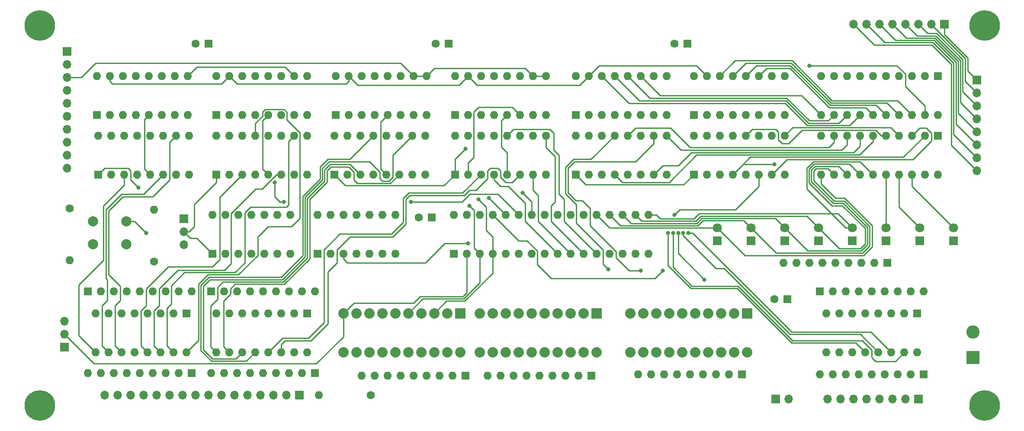
<source format=gbr>
%TF.GenerationSoftware,KiCad,Pcbnew,(5.1.9-0-10_14)*%
%TF.CreationDate,2021-06-29T00:25:17-04:00*%
%TF.ProjectId,ram-combined,72616d2d-636f-46d6-9269-6e65642e6b69,rev?*%
%TF.SameCoordinates,Original*%
%TF.FileFunction,Copper,L2,Inr*%
%TF.FilePolarity,Positive*%
%FSLAX46Y46*%
G04 Gerber Fmt 4.6, Leading zero omitted, Abs format (unit mm)*
G04 Created by KiCad (PCBNEW (5.1.9-0-10_14)) date 2021-06-29 00:25:17*
%MOMM*%
%LPD*%
G01*
G04 APERTURE LIST*
%TA.AperFunction,ComponentPad*%
%ADD10O,1.700000X1.700000*%
%TD*%
%TA.AperFunction,ComponentPad*%
%ADD11R,1.700000X1.700000*%
%TD*%
%TA.AperFunction,ComponentPad*%
%ADD12C,6.000000*%
%TD*%
%TA.AperFunction,ComponentPad*%
%ADD13C,0.800000*%
%TD*%
%TA.AperFunction,ComponentPad*%
%ADD14C,1.800000*%
%TD*%
%TA.AperFunction,ComponentPad*%
%ADD15R,1.800000X1.800000*%
%TD*%
%TA.AperFunction,ComponentPad*%
%ADD16O,1.600000X1.600000*%
%TD*%
%TA.AperFunction,ComponentPad*%
%ADD17R,1.600000X1.600000*%
%TD*%
%TA.AperFunction,ComponentPad*%
%ADD18C,2.032000*%
%TD*%
%TA.AperFunction,ComponentPad*%
%ADD19R,2.032000X2.032000*%
%TD*%
%TA.AperFunction,ComponentPad*%
%ADD20C,2.000000*%
%TD*%
%TA.AperFunction,ComponentPad*%
%ADD21C,1.600000*%
%TD*%
%TA.AperFunction,ComponentPad*%
%ADD22C,2.600000*%
%TD*%
%TA.AperFunction,ComponentPad*%
%ADD23R,2.600000X2.600000*%
%TD*%
%TA.AperFunction,ViaPad*%
%ADD24C,0.800000*%
%TD*%
%TA.AperFunction,Conductor*%
%ADD25C,0.250000*%
%TD*%
G04 APERTURE END LIST*
D10*
%TO.N,BUS_00*%
%TO.C,J8*%
X227330000Y-34290000D03*
%TO.N,BUS_01*%
X229870000Y-34290000D03*
%TO.N,BUS_02*%
X232410000Y-34290000D03*
%TO.N,BUS_03*%
X234950000Y-34290000D03*
%TO.N,BUS_04*%
X237490000Y-34290000D03*
%TO.N,BUS_05*%
X240030000Y-34290000D03*
%TO.N,BUS_06*%
X242570000Y-34290000D03*
D11*
%TO.N,BUS_07*%
X245110000Y-34290000D03*
%TD*%
D12*
%TO.N,N/C*%
%TO.C,REF\u002A\u002A*%
X68072000Y-108966000D03*
D13*
X70322000Y-108966000D03*
X69662990Y-110556990D03*
X68072000Y-111216000D03*
X66481010Y-110556990D03*
X65822000Y-108966000D03*
X66481010Y-107375010D03*
X68072000Y-106716000D03*
X69662990Y-107375010D03*
%TD*%
%TO.N,N/C*%
%TO.C,REF\u002A\u002A*%
X254574990Y-107375010D03*
X252984000Y-106716000D03*
X251393010Y-107375010D03*
X250734000Y-108966000D03*
X251393010Y-110556990D03*
X252984000Y-111216000D03*
X254574990Y-110556990D03*
X255234000Y-108966000D03*
D12*
X252984000Y-108966000D03*
%TD*%
%TO.N,N/C*%
%TO.C,REF\u002A\u002A*%
X252984000Y-34544000D03*
D13*
X255234000Y-34544000D03*
X254574990Y-36134990D03*
X252984000Y-36794000D03*
X251393010Y-36134990D03*
X250734000Y-34544000D03*
X251393010Y-32953010D03*
X252984000Y-32294000D03*
X254574990Y-32953010D03*
%TD*%
%TO.N,N/C*%
%TO.C,REF\u002A\u002A*%
X69662990Y-32953010D03*
X68072000Y-32294000D03*
X66481010Y-32953010D03*
X65822000Y-34544000D03*
X66481010Y-36134990D03*
X68072000Y-36794000D03*
X69662990Y-36134990D03*
X70322000Y-34544000D03*
D12*
X68072000Y-34544000D03*
%TD*%
D10*
%TO.N,WRITE_ENABLE*%
%TO.C,J3*%
X73406000Y-62484000D03*
X73406000Y-59944000D03*
%TO.N,PROGRAM_MODE*%
X73406000Y-57404000D03*
X73406000Y-54864000D03*
%TO.N,OUTPUT_ENABLE*%
X73406000Y-52324000D03*
%TO.N,RESET*%
X73406000Y-49784000D03*
%TO.N,MDR_IN*%
X73406000Y-47244000D03*
%TO.N,MAR1_IN*%
X73406000Y-44704000D03*
%TO.N,MAR2_IN*%
X73406000Y-42164000D03*
D11*
%TO.N,CLOCK*%
X73406000Y-39624000D03*
%TD*%
D10*
%TO.N,VCC*%
%TO.C,J7*%
X72898000Y-92456000D03*
%TO.N,A16*%
X72898000Y-94996000D03*
D11*
%TO.N,GND*%
X72898000Y-97536000D03*
%TD*%
D10*
%TO.N,Net-(R3-Pad2)*%
%TO.C,SW1*%
X96266000Y-77470000D03*
%TO.N,PROGRAM_MODE*%
X96266000Y-74930000D03*
D11*
%TO.N,VCC*%
X96266000Y-72390000D03*
%TD*%
D14*
%TO.N,/IO7*%
%TO.C,D1*%
X200660000Y-74168000D03*
D15*
%TO.N,Net-(D1-Pad1)*%
X200660000Y-76708000D03*
%TD*%
D16*
%TO.N,Net-(BAR3-Pad13)*%
%TO.C,RN10*%
X185166000Y-102870000D03*
%TO.N,Net-(BAR3-Pad14)*%
X187706000Y-102870000D03*
%TO.N,Net-(BAR3-Pad15)*%
X190246000Y-102870000D03*
%TO.N,Net-(BAR3-Pad16)*%
X192786000Y-102870000D03*
%TO.N,Net-(BAR3-Pad17)*%
X195326000Y-102870000D03*
%TO.N,Net-(BAR3-Pad18)*%
X197866000Y-102870000D03*
%TO.N,Net-(BAR3-Pad19)*%
X200406000Y-102870000D03*
%TO.N,Net-(BAR3-Pad20)*%
X202946000Y-102870000D03*
D17*
%TO.N,GND*%
X205486000Y-102870000D03*
%TD*%
D18*
%TO.N,Net-(BAR3-Pad20)*%
%TO.C,BAR3*%
X206502000Y-98552000D03*
%TO.N,Net-(BAR3-Pad19)*%
X203962000Y-98552000D03*
%TO.N,Net-(BAR3-Pad18)*%
X201422000Y-98552000D03*
%TO.N,Net-(BAR3-Pad17)*%
X198882000Y-98552000D03*
%TO.N,Net-(BAR3-Pad9)*%
X186182000Y-90932000D03*
%TO.N,Net-(BAR3-Pad10)*%
X183642000Y-90932000D03*
%TO.N,Net-(BAR3-Pad11)*%
X183642000Y-98552000D03*
%TO.N,Net-(BAR3-Pad12)*%
X186182000Y-98552000D03*
%TO.N,D7*%
X188722000Y-90932000D03*
%TO.N,D6*%
X191262000Y-90932000D03*
%TO.N,D5*%
X193802000Y-90932000D03*
%TO.N,D4*%
X196342000Y-90932000D03*
%TO.N,Net-(BAR3-Pad16)*%
X196342000Y-98552000D03*
%TO.N,Net-(BAR3-Pad15)*%
X193802000Y-98552000D03*
%TO.N,Net-(BAR3-Pad14)*%
X191262000Y-98552000D03*
%TO.N,Net-(BAR3-Pad13)*%
X188722000Y-98552000D03*
%TO.N,D3*%
X198882000Y-90932000D03*
%TO.N,D2*%
X201422000Y-90932000D03*
%TO.N,D1*%
X203962000Y-90932000D03*
D19*
%TO.N,D0*%
X206502000Y-90932000D03*
%TD*%
D16*
%TO.N,VCC*%
%TO.C,U13*%
X243840000Y-52070000D03*
%TO.N,GND*%
X220980000Y-44450000D03*
%TO.N,OUTPUT_ENABLE*%
X241300000Y-52070000D03*
%TO.N,/IO7*%
X223520000Y-44450000D03*
%TO.N,BUS_00*%
X238760000Y-52070000D03*
%TO.N,/IO6*%
X226060000Y-44450000D03*
%TO.N,BUS_01*%
X236220000Y-52070000D03*
%TO.N,/IO5*%
X228600000Y-44450000D03*
%TO.N,BUS_02*%
X233680000Y-52070000D03*
%TO.N,/IO4*%
X231140000Y-44450000D03*
%TO.N,BUS_03*%
X231140000Y-52070000D03*
%TO.N,/IO3*%
X233680000Y-44450000D03*
%TO.N,BUS_04*%
X228600000Y-52070000D03*
%TO.N,/IO2*%
X236220000Y-44450000D03*
%TO.N,BUS_05*%
X226060000Y-52070000D03*
%TO.N,/IO1*%
X238760000Y-44450000D03*
%TO.N,BUS_06*%
X223520000Y-52070000D03*
%TO.N,/IO0*%
X241300000Y-44450000D03*
%TO.N,BUS_07*%
X220980000Y-52070000D03*
D17*
%TO.N,VCC*%
X243840000Y-44450000D03*
%TD*%
D16*
%TO.N,VCC*%
%TO.C,U11*%
X243840000Y-63754000D03*
%TO.N,GND*%
X220980000Y-56134000D03*
%TO.N,Net-(U1-Pad3)*%
X241300000Y-63754000D03*
%TO.N,D7*%
X223520000Y-56134000D03*
%TO.N,/IO0*%
X238760000Y-63754000D03*
%TO.N,D6*%
X226060000Y-56134000D03*
%TO.N,/IO1*%
X236220000Y-63754000D03*
%TO.N,D5*%
X228600000Y-56134000D03*
%TO.N,/IO2*%
X233680000Y-63754000D03*
%TO.N,D4*%
X231140000Y-56134000D03*
%TO.N,/IO3*%
X231140000Y-63754000D03*
%TO.N,D3*%
X233680000Y-56134000D03*
%TO.N,/IO4*%
X228600000Y-63754000D03*
%TO.N,D2*%
X236220000Y-56134000D03*
%TO.N,/IO5*%
X226060000Y-63754000D03*
%TO.N,D1*%
X238760000Y-56134000D03*
%TO.N,/IO6*%
X223520000Y-63754000D03*
%TO.N,D0*%
X241300000Y-56134000D03*
%TO.N,/IO7*%
X220980000Y-63754000D03*
D17*
%TO.N,VCC*%
X243840000Y-56134000D03*
%TD*%
%TO.N,PROGRAM_MODE*%
%TO.C,U2*%
X101854000Y-79248000D03*
D16*
%TO.N,N/C*%
X117094000Y-71628000D03*
%TO.N,CLOCK*%
X104394000Y-79248000D03*
%TO.N,N/C*%
X114554000Y-71628000D03*
%TO.N,Net-(U1-Pad1)*%
X106934000Y-79248000D03*
%TO.N,N/C*%
X112014000Y-71628000D03*
X109474000Y-79248000D03*
X109474000Y-71628000D03*
X112014000Y-79248000D03*
X106934000Y-71628000D03*
X114554000Y-79248000D03*
X104394000Y-71628000D03*
%TO.N,GND*%
X117094000Y-79248000D03*
%TO.N,VCC*%
X101854000Y-71628000D03*
%TD*%
D17*
%TO.N,Net-(U1-Pad1)*%
%TO.C,U1*%
X122428000Y-79248000D03*
D16*
%TO.N,N/C*%
X137668000Y-71628000D03*
%TO.N,WRITE_ENABLE*%
X124968000Y-79248000D03*
%TO.N,N/C*%
X135128000Y-71628000D03*
%TO.N,Net-(U1-Pad3)*%
X127508000Y-79248000D03*
%TO.N,N/C*%
X132588000Y-71628000D03*
X130048000Y-79248000D03*
X130048000Y-71628000D03*
X132588000Y-79248000D03*
X127508000Y-71628000D03*
X135128000Y-79248000D03*
X124968000Y-71628000D03*
%TO.N,GND*%
X137668000Y-79248000D03*
%TO.N,VCC*%
X122428000Y-71628000D03*
%TD*%
%TO.N,VCC*%
%TO.C,U17*%
X196088000Y-56134000D03*
%TO.N,GND*%
X213868000Y-63754000D03*
X198628000Y-56134000D03*
%TO.N,D1*%
X211328000Y-63754000D03*
%TO.N,Net-(U16-Pad6)*%
X201168000Y-56134000D03*
%TO.N,/MANUAL_DATA_01*%
X208788000Y-63754000D03*
%TO.N,/MANUAL_DATA_03*%
X203708000Y-56134000D03*
%TO.N,Net-(U16-Pad4)*%
X206248000Y-63754000D03*
%TO.N,D3*%
X206248000Y-56134000D03*
%TO.N,D0*%
X203708000Y-63754000D03*
%TO.N,Net-(U16-Pad5)*%
X208788000Y-56134000D03*
%TO.N,/MANUAL_DATA_00*%
X201168000Y-63754000D03*
%TO.N,/MANUAL_DATA_02*%
X211328000Y-56134000D03*
%TO.N,Net-(U16-Pad3)*%
X198628000Y-63754000D03*
%TO.N,D2*%
X213868000Y-56134000D03*
D17*
%TO.N,PROGRAM_MODE*%
X196088000Y-63754000D03*
%TD*%
D16*
%TO.N,VCC*%
%TO.C,U16*%
X196088000Y-44450000D03*
%TO.N,GND*%
X213868000Y-52070000D03*
%TO.N,RESET*%
X198628000Y-44450000D03*
%TO.N,CLOCK*%
X211328000Y-52070000D03*
%TO.N,BUS_00*%
X201168000Y-44450000D03*
%TO.N,Net-(U16-Pad6)*%
X208788000Y-52070000D03*
%TO.N,BUS_01*%
X203708000Y-44450000D03*
%TO.N,Net-(U16-Pad5)*%
X206248000Y-52070000D03*
%TO.N,BUS_02*%
X206248000Y-44450000D03*
%TO.N,Net-(U16-Pad4)*%
X203708000Y-52070000D03*
%TO.N,BUS_03*%
X208788000Y-44450000D03*
%TO.N,Net-(U16-Pad3)*%
X201168000Y-52070000D03*
%TO.N,MDR_IN*%
X211328000Y-44450000D03*
%TO.N,GND*%
X198628000Y-52070000D03*
%TO.N,MDR_IN*%
X213868000Y-44450000D03*
D17*
%TO.N,GND*%
X196088000Y-52070000D03*
%TD*%
D16*
%TO.N,VCC*%
%TO.C,U15*%
X172974000Y-56134000D03*
%TO.N,GND*%
X190754000Y-63754000D03*
X175514000Y-56134000D03*
%TO.N,D5*%
X188214000Y-63754000D03*
%TO.N,Net-(U14-Pad6)*%
X178054000Y-56134000D03*
%TO.N,/MANUAL_DATA_05*%
X185674000Y-63754000D03*
%TO.N,/MANUAL_DATA_07*%
X180594000Y-56134000D03*
%TO.N,Net-(U14-Pad4)*%
X183134000Y-63754000D03*
%TO.N,D7*%
X183134000Y-56134000D03*
%TO.N,D4*%
X180594000Y-63754000D03*
%TO.N,Net-(U14-Pad5)*%
X185674000Y-56134000D03*
%TO.N,/MANUAL_DATA_04*%
X178054000Y-63754000D03*
%TO.N,/MANUAL_DATA_06*%
X188214000Y-56134000D03*
%TO.N,Net-(U14-Pad3)*%
X175514000Y-63754000D03*
%TO.N,D6*%
X190754000Y-56134000D03*
D17*
%TO.N,PROGRAM_MODE*%
X172974000Y-63754000D03*
%TD*%
D16*
%TO.N,VCC*%
%TO.C,U14*%
X172974000Y-44450000D03*
%TO.N,GND*%
X190754000Y-52070000D03*
%TO.N,RESET*%
X175514000Y-44450000D03*
%TO.N,CLOCK*%
X188214000Y-52070000D03*
%TO.N,BUS_04*%
X178054000Y-44450000D03*
%TO.N,Net-(U14-Pad6)*%
X185674000Y-52070000D03*
%TO.N,BUS_05*%
X180594000Y-44450000D03*
%TO.N,Net-(U14-Pad5)*%
X183134000Y-52070000D03*
%TO.N,BUS_06*%
X183134000Y-44450000D03*
%TO.N,Net-(U14-Pad4)*%
X180594000Y-52070000D03*
%TO.N,BUS_07*%
X185674000Y-44450000D03*
%TO.N,Net-(U14-Pad3)*%
X178054000Y-52070000D03*
%TO.N,MDR_IN*%
X188214000Y-44450000D03*
%TO.N,GND*%
X175514000Y-52070000D03*
%TO.N,MDR_IN*%
X190754000Y-44450000D03*
D17*
%TO.N,GND*%
X172974000Y-52070000D03*
%TD*%
D16*
%TO.N,VCC*%
%TO.C,U12*%
X149352000Y-44450000D03*
%TO.N,GND*%
X167132000Y-52070000D03*
%TO.N,RESET*%
X151892000Y-44450000D03*
%TO.N,CLOCK*%
X164592000Y-52070000D03*
%TO.N,BUS_00*%
X154432000Y-44450000D03*
%TO.N,/MAR_03*%
X162052000Y-52070000D03*
%TO.N,BUS_01*%
X156972000Y-44450000D03*
%TO.N,/MAR_02*%
X159512000Y-52070000D03*
%TO.N,BUS_02*%
X159512000Y-44450000D03*
%TO.N,/MAR_01*%
X156972000Y-52070000D03*
%TO.N,BUS_03*%
X162052000Y-44450000D03*
%TO.N,/MAR_00*%
X154432000Y-52070000D03*
%TO.N,MAR1_IN*%
X164592000Y-44450000D03*
%TO.N,GND*%
X151892000Y-52070000D03*
%TO.N,MAR1_IN*%
X167132000Y-44450000D03*
D17*
%TO.N,GND*%
X149352000Y-52070000D03*
%TD*%
D16*
%TO.N,VCC*%
%TO.C,U10*%
X125984000Y-44450000D03*
%TO.N,GND*%
X143764000Y-52070000D03*
%TO.N,RESET*%
X128524000Y-44450000D03*
%TO.N,CLOCK*%
X141224000Y-52070000D03*
%TO.N,BUS_04*%
X131064000Y-44450000D03*
%TO.N,/MAR_07*%
X138684000Y-52070000D03*
%TO.N,BUS_05*%
X133604000Y-44450000D03*
%TO.N,/MAR_06*%
X136144000Y-52070000D03*
%TO.N,BUS_06*%
X136144000Y-44450000D03*
%TO.N,/MAR_05*%
X133604000Y-52070000D03*
%TO.N,BUS_07*%
X138684000Y-44450000D03*
%TO.N,/MAR_04*%
X131064000Y-52070000D03*
%TO.N,MAR1_IN*%
X141224000Y-44450000D03*
%TO.N,GND*%
X128524000Y-52070000D03*
%TO.N,MAR1_IN*%
X143764000Y-44450000D03*
D17*
%TO.N,GND*%
X125984000Y-52070000D03*
%TD*%
D16*
%TO.N,VCC*%
%TO.C,U9*%
X149098000Y-71628000D03*
%TO.N,GND*%
X187198000Y-79248000D03*
%TO.N,/A15*%
X151638000Y-71628000D03*
%TO.N,/IO2*%
X184658000Y-79248000D03*
%TO.N,VCC*%
X154178000Y-71628000D03*
%TO.N,/IO1*%
X182118000Y-79248000D03*
%TO.N,Net-(U1-Pad3)*%
X156718000Y-71628000D03*
%TO.N,/IO0*%
X179578000Y-79248000D03*
%TO.N,/A13*%
X159258000Y-71628000D03*
%TO.N,/A0*%
X177038000Y-79248000D03*
%TO.N,/A8*%
X161798000Y-71628000D03*
%TO.N,/A1*%
X174498000Y-79248000D03*
%TO.N,/A9*%
X164338000Y-71628000D03*
%TO.N,/A2*%
X171958000Y-79248000D03*
%TO.N,/A11*%
X166878000Y-71628000D03*
%TO.N,/A3*%
X169418000Y-79248000D03*
%TO.N,GND*%
X169418000Y-71628000D03*
%TO.N,/A4*%
X166878000Y-79248000D03*
%TO.N,/A10*%
X171958000Y-71628000D03*
%TO.N,/A5*%
X164338000Y-79248000D03*
%TO.N,GND*%
X174498000Y-71628000D03*
%TO.N,/A6*%
X161798000Y-79248000D03*
%TO.N,/IO7*%
X177038000Y-71628000D03*
%TO.N,/A7*%
X159258000Y-79248000D03*
%TO.N,/IO6*%
X179578000Y-71628000D03*
%TO.N,/A12*%
X156718000Y-79248000D03*
%TO.N,/IO5*%
X182118000Y-71628000D03*
%TO.N,/A14*%
X154178000Y-79248000D03*
%TO.N,/IO4*%
X184658000Y-71628000D03*
%TO.N,A16*%
X151638000Y-79248000D03*
%TO.N,/IO3*%
X187198000Y-71628000D03*
D17*
%TO.N,Net-(U9-Pad1)*%
X149098000Y-79248000D03*
%TD*%
D16*
%TO.N,VCC*%
%TO.C,U8*%
X102616000Y-44450000D03*
%TO.N,GND*%
X120396000Y-52070000D03*
%TO.N,RESET*%
X105156000Y-44450000D03*
%TO.N,CLOCK*%
X117856000Y-52070000D03*
%TO.N,BUS_00*%
X107696000Y-44450000D03*
%TO.N,/MAR_11*%
X115316000Y-52070000D03*
%TO.N,BUS_01*%
X110236000Y-44450000D03*
%TO.N,/MAR_10*%
X112776000Y-52070000D03*
%TO.N,BUS_02*%
X112776000Y-44450000D03*
%TO.N,/MAR_09*%
X110236000Y-52070000D03*
%TO.N,BUS_03*%
X115316000Y-44450000D03*
%TO.N,/MAR_08*%
X107696000Y-52070000D03*
%TO.N,MAR2_IN*%
X117856000Y-44450000D03*
%TO.N,GND*%
X105156000Y-52070000D03*
%TO.N,MAR2_IN*%
X120396000Y-44450000D03*
D17*
%TO.N,GND*%
X102616000Y-52070000D03*
%TD*%
D16*
%TO.N,VCC*%
%TO.C,U7*%
X125730000Y-56134000D03*
%TO.N,GND*%
X143510000Y-63754000D03*
X128270000Y-56134000D03*
%TO.N,/A6*%
X140970000Y-63754000D03*
%TO.N,/MAR_04*%
X130810000Y-56134000D03*
%TO.N,/MANUAL_MEM_ADR_06*%
X138430000Y-63754000D03*
%TO.N,/MANUAL_MEM_ADR_04*%
X133350000Y-56134000D03*
%TO.N,/MAR_06*%
X135890000Y-63754000D03*
%TO.N,/A4*%
X135890000Y-56134000D03*
%TO.N,/A7*%
X133350000Y-63754000D03*
%TO.N,/MAR_05*%
X138430000Y-56134000D03*
%TO.N,/MANUAL_MEM_ADR_07*%
X130810000Y-63754000D03*
%TO.N,/MANUAL_MEM_ADR_05*%
X140970000Y-56134000D03*
%TO.N,/MAR_07*%
X128270000Y-63754000D03*
%TO.N,/A5*%
X143510000Y-56134000D03*
D17*
%TO.N,PROGRAM_MODE*%
X125730000Y-63754000D03*
%TD*%
D16*
%TO.N,VCC*%
%TO.C,U6*%
X102616000Y-56134000D03*
%TO.N,GND*%
X120396000Y-63754000D03*
X105156000Y-56134000D03*
%TO.N,/A10*%
X117856000Y-63754000D03*
%TO.N,/MAR_08*%
X107696000Y-56134000D03*
%TO.N,/MANUAL_MEM_ADR_10*%
X115316000Y-63754000D03*
%TO.N,/MANUAL_MEM_ADR_08*%
X110236000Y-56134000D03*
%TO.N,/MAR_10*%
X112776000Y-63754000D03*
%TO.N,/A8*%
X112776000Y-56134000D03*
%TO.N,/A11*%
X110236000Y-63754000D03*
%TO.N,/MAR_09*%
X115316000Y-56134000D03*
%TO.N,/MANUAL_MEM_ADR_11*%
X107696000Y-63754000D03*
%TO.N,/MANUAL_MEM_ADR_09*%
X117856000Y-56134000D03*
%TO.N,/MAR_11*%
X105156000Y-63754000D03*
%TO.N,/A9*%
X120396000Y-56134000D03*
D17*
%TO.N,PROGRAM_MODE*%
X102616000Y-63754000D03*
%TD*%
D16*
%TO.N,VCC*%
%TO.C,U5*%
X79248000Y-44450000D03*
%TO.N,GND*%
X97028000Y-52070000D03*
%TO.N,RESET*%
X81788000Y-44450000D03*
%TO.N,CLOCK*%
X94488000Y-52070000D03*
%TO.N,BUS_04*%
X84328000Y-44450000D03*
%TO.N,/MAR_15*%
X91948000Y-52070000D03*
%TO.N,BUS_05*%
X86868000Y-44450000D03*
%TO.N,/MAR_14*%
X89408000Y-52070000D03*
%TO.N,BUS_06*%
X89408000Y-44450000D03*
%TO.N,/MAR_13*%
X86868000Y-52070000D03*
%TO.N,BUS_07*%
X91948000Y-44450000D03*
%TO.N,/MAR_12*%
X84328000Y-52070000D03*
%TO.N,MAR2_IN*%
X94488000Y-44450000D03*
%TO.N,GND*%
X81788000Y-52070000D03*
%TO.N,MAR2_IN*%
X97028000Y-44450000D03*
D17*
%TO.N,GND*%
X79248000Y-52070000D03*
%TD*%
D16*
%TO.N,VCC*%
%TO.C,U4*%
X149352000Y-56134000D03*
%TO.N,GND*%
X167132000Y-63754000D03*
X151892000Y-56134000D03*
%TO.N,/A2*%
X164592000Y-63754000D03*
%TO.N,/MAR_00*%
X154432000Y-56134000D03*
%TO.N,/MANUAL_MEM_ADR_02*%
X162052000Y-63754000D03*
%TO.N,/MANUAL_MEM_ADR_00*%
X156972000Y-56134000D03*
%TO.N,/MAR_02*%
X159512000Y-63754000D03*
%TO.N,/A0*%
X159512000Y-56134000D03*
%TO.N,/A3*%
X156972000Y-63754000D03*
%TO.N,/MAR_01*%
X162052000Y-56134000D03*
%TO.N,/MANUAL_MEM_ADR_03*%
X154432000Y-63754000D03*
%TO.N,/MANUAL_MEM_ADR_01*%
X164592000Y-56134000D03*
%TO.N,/MAR_03*%
X151892000Y-63754000D03*
%TO.N,/A1*%
X167132000Y-56134000D03*
D17*
%TO.N,PROGRAM_MODE*%
X149352000Y-63754000D03*
%TD*%
D16*
%TO.N,VCC*%
%TO.C,U3*%
X79502000Y-56134000D03*
%TO.N,GND*%
X97282000Y-63754000D03*
X82042000Y-56134000D03*
%TO.N,/A14*%
X94742000Y-63754000D03*
%TO.N,/MAR_12*%
X84582000Y-56134000D03*
%TO.N,/MANUAL_MEM_ADR_14*%
X92202000Y-63754000D03*
%TO.N,/MANUAL_MEM_ADR_12*%
X87122000Y-56134000D03*
%TO.N,/MAR_14*%
X89662000Y-63754000D03*
%TO.N,/A12*%
X89662000Y-56134000D03*
%TO.N,/A15*%
X87122000Y-63754000D03*
%TO.N,/MAR_13*%
X92202000Y-56134000D03*
%TO.N,/MANUAL_MEM_ADR_15*%
X84582000Y-63754000D03*
%TO.N,/MANUAL_MEM_ADR_13*%
X94742000Y-56134000D03*
%TO.N,/MAR_15*%
X82042000Y-63754000D03*
%TO.N,/A13*%
X97282000Y-56134000D03*
D17*
%TO.N,PROGRAM_MODE*%
X79502000Y-63754000D03*
%TD*%
D16*
%TO.N,/MANUAL_DATA_00*%
%TO.C,SW5*%
X239810000Y-98580000D03*
%TO.N,Net-(RN9-Pad2)*%
X222030000Y-90960000D03*
%TO.N,/MANUAL_DATA_01*%
X237270000Y-98580000D03*
%TO.N,Net-(RN9-Pad3)*%
X224570000Y-90960000D03*
%TO.N,/MANUAL_DATA_02*%
X234730000Y-98580000D03*
%TO.N,Net-(RN9-Pad4)*%
X227110000Y-90960000D03*
%TO.N,/MANUAL_DATA_03*%
X232190000Y-98580000D03*
%TO.N,Net-(RN9-Pad5)*%
X229650000Y-90960000D03*
%TO.N,/MANUAL_DATA_04*%
X229650000Y-98580000D03*
%TO.N,Net-(RN9-Pad6)*%
X232190000Y-90960000D03*
%TO.N,/MANUAL_DATA_05*%
X227110000Y-98580000D03*
%TO.N,Net-(RN9-Pad7)*%
X234730000Y-90960000D03*
%TO.N,/MANUAL_DATA_06*%
X224570000Y-98580000D03*
%TO.N,Net-(RN9-Pad8)*%
X237270000Y-90960000D03*
%TO.N,/MANUAL_DATA_07*%
X222030000Y-98580000D03*
D17*
%TO.N,Net-(RN9-Pad9)*%
X239810000Y-90960000D03*
%TD*%
D16*
%TO.N,/MANUAL_MEM_ADR_00*%
%TO.C,SW4*%
X120396000Y-98552000D03*
%TO.N,Net-(RN7-Pad2)*%
X102616000Y-90932000D03*
%TO.N,/MANUAL_MEM_ADR_01*%
X117856000Y-98552000D03*
%TO.N,Net-(RN7-Pad3)*%
X105156000Y-90932000D03*
%TO.N,/MANUAL_MEM_ADR_02*%
X115316000Y-98552000D03*
%TO.N,Net-(RN7-Pad4)*%
X107696000Y-90932000D03*
%TO.N,/MANUAL_MEM_ADR_03*%
X112776000Y-98552000D03*
%TO.N,Net-(RN7-Pad5)*%
X110236000Y-90932000D03*
%TO.N,/MANUAL_MEM_ADR_04*%
X110236000Y-98552000D03*
%TO.N,Net-(RN7-Pad6)*%
X112776000Y-90932000D03*
%TO.N,/MANUAL_MEM_ADR_05*%
X107696000Y-98552000D03*
%TO.N,Net-(RN7-Pad7)*%
X115316000Y-90932000D03*
%TO.N,/MANUAL_MEM_ADR_06*%
X105156000Y-98552000D03*
%TO.N,Net-(RN7-Pad8)*%
X117856000Y-90932000D03*
%TO.N,/MANUAL_MEM_ADR_07*%
X102616000Y-98552000D03*
D17*
%TO.N,Net-(RN7-Pad9)*%
X120396000Y-90932000D03*
%TD*%
D16*
%TO.N,/MANUAL_MEM_ADR_08*%
%TO.C,SW3*%
X96774000Y-98590000D03*
%TO.N,Net-(RN5-Pad2)*%
X78994000Y-90970000D03*
%TO.N,/MANUAL_MEM_ADR_09*%
X94234000Y-98590000D03*
%TO.N,Net-(RN5-Pad3)*%
X81534000Y-90970000D03*
%TO.N,/MANUAL_MEM_ADR_10*%
X91694000Y-98590000D03*
%TO.N,Net-(RN5-Pad4)*%
X84074000Y-90970000D03*
%TO.N,/MANUAL_MEM_ADR_11*%
X89154000Y-98590000D03*
%TO.N,Net-(RN5-Pad5)*%
X86614000Y-90970000D03*
%TO.N,/MANUAL_MEM_ADR_12*%
X86614000Y-98590000D03*
%TO.N,Net-(RN5-Pad6)*%
X89154000Y-90970000D03*
%TO.N,/MANUAL_MEM_ADR_13*%
X84074000Y-98590000D03*
%TO.N,Net-(RN5-Pad7)*%
X91694000Y-90970000D03*
%TO.N,/MANUAL_MEM_ADR_14*%
X81534000Y-98590000D03*
%TO.N,Net-(RN5-Pad8)*%
X94234000Y-90970000D03*
%TO.N,/MANUAL_MEM_ADR_15*%
X78994000Y-98590000D03*
D17*
%TO.N,Net-(RN5-Pad9)*%
X96774000Y-90970000D03*
%TD*%
D20*
%TO.N,WRITE_ENABLE*%
%TO.C,SW2*%
X84986000Y-72898000D03*
%TO.N,VCC*%
X84986000Y-77398000D03*
%TO.N,WRITE_ENABLE*%
X78486000Y-72898000D03*
%TO.N,VCC*%
X78486000Y-77398000D03*
%TD*%
D16*
%TO.N,Net-(RN9-Pad9)*%
%TO.C,RN9*%
X241046000Y-86614000D03*
%TO.N,Net-(RN9-Pad8)*%
X238506000Y-86614000D03*
%TO.N,Net-(RN9-Pad7)*%
X235966000Y-86614000D03*
%TO.N,Net-(RN9-Pad6)*%
X233426000Y-86614000D03*
%TO.N,Net-(RN9-Pad5)*%
X230886000Y-86614000D03*
%TO.N,Net-(RN9-Pad4)*%
X228346000Y-86614000D03*
%TO.N,Net-(RN9-Pad3)*%
X225806000Y-86614000D03*
%TO.N,Net-(RN9-Pad2)*%
X223266000Y-86614000D03*
D17*
%TO.N,VCC*%
X220726000Y-86614000D03*
%TD*%
D16*
%TO.N,/MANUAL_DATA_07*%
%TO.C,RN8*%
X220726000Y-102870000D03*
%TO.N,/MANUAL_DATA_06*%
X223266000Y-102870000D03*
%TO.N,/MANUAL_DATA_05*%
X225806000Y-102870000D03*
%TO.N,/MANUAL_DATA_04*%
X228346000Y-102870000D03*
%TO.N,/MANUAL_DATA_03*%
X230886000Y-102870000D03*
%TO.N,/MANUAL_DATA_02*%
X233426000Y-102870000D03*
%TO.N,/MANUAL_DATA_01*%
X235966000Y-102870000D03*
%TO.N,/MANUAL_DATA_00*%
X238506000Y-102870000D03*
D17*
%TO.N,GND*%
X241046000Y-102870000D03*
%TD*%
D16*
%TO.N,Net-(RN7-Pad9)*%
%TO.C,RN7*%
X121920000Y-86614000D03*
%TO.N,Net-(RN7-Pad8)*%
X119380000Y-86614000D03*
%TO.N,Net-(RN7-Pad7)*%
X116840000Y-86614000D03*
%TO.N,Net-(RN7-Pad6)*%
X114300000Y-86614000D03*
%TO.N,Net-(RN7-Pad5)*%
X111760000Y-86614000D03*
%TO.N,Net-(RN7-Pad4)*%
X109220000Y-86614000D03*
%TO.N,Net-(RN7-Pad3)*%
X106680000Y-86614000D03*
%TO.N,Net-(RN7-Pad2)*%
X104140000Y-86614000D03*
D17*
%TO.N,VCC*%
X101600000Y-86614000D03*
%TD*%
D16*
%TO.N,/MANUAL_MEM_ADR_07*%
%TO.C,RN6*%
X101600000Y-102616000D03*
%TO.N,/MANUAL_MEM_ADR_06*%
X104140000Y-102616000D03*
%TO.N,/MANUAL_MEM_ADR_05*%
X106680000Y-102616000D03*
%TO.N,/MANUAL_MEM_ADR_04*%
X109220000Y-102616000D03*
%TO.N,/MANUAL_MEM_ADR_03*%
X111760000Y-102616000D03*
%TO.N,/MANUAL_MEM_ADR_02*%
X114300000Y-102616000D03*
%TO.N,/MANUAL_MEM_ADR_01*%
X116840000Y-102616000D03*
%TO.N,/MANUAL_MEM_ADR_00*%
X119380000Y-102616000D03*
D17*
%TO.N,GND*%
X121920000Y-102616000D03*
%TD*%
D16*
%TO.N,Net-(RN5-Pad9)*%
%TO.C,RN5*%
X97790000Y-86614000D03*
%TO.N,Net-(RN5-Pad8)*%
X95250000Y-86614000D03*
%TO.N,Net-(RN5-Pad7)*%
X92710000Y-86614000D03*
%TO.N,Net-(RN5-Pad6)*%
X90170000Y-86614000D03*
%TO.N,Net-(RN5-Pad5)*%
X87630000Y-86614000D03*
%TO.N,Net-(RN5-Pad4)*%
X85090000Y-86614000D03*
%TO.N,Net-(RN5-Pad3)*%
X82550000Y-86614000D03*
%TO.N,Net-(RN5-Pad2)*%
X80010000Y-86614000D03*
D17*
%TO.N,VCC*%
X77470000Y-86614000D03*
%TD*%
D16*
%TO.N,/MANUAL_MEM_ADR_15*%
%TO.C,RN4*%
X77470000Y-102616000D03*
%TO.N,/MANUAL_MEM_ADR_14*%
X80010000Y-102616000D03*
%TO.N,/MANUAL_MEM_ADR_13*%
X82550000Y-102616000D03*
%TO.N,/MANUAL_MEM_ADR_12*%
X85090000Y-102616000D03*
%TO.N,/MANUAL_MEM_ADR_11*%
X87630000Y-102616000D03*
%TO.N,/MANUAL_MEM_ADR_10*%
X90170000Y-102616000D03*
%TO.N,/MANUAL_MEM_ADR_09*%
X92710000Y-102616000D03*
%TO.N,/MANUAL_MEM_ADR_08*%
X95250000Y-102616000D03*
D17*
%TO.N,GND*%
X97790000Y-102616000D03*
%TD*%
D16*
%TO.N,Net-(BAR2-Pad13)*%
%TO.C,RN3*%
X155702000Y-103124000D03*
%TO.N,Net-(BAR2-Pad14)*%
X158242000Y-103124000D03*
%TO.N,Net-(BAR2-Pad15)*%
X160782000Y-103124000D03*
%TO.N,Net-(BAR2-Pad16)*%
X163322000Y-103124000D03*
%TO.N,Net-(BAR2-Pad17)*%
X165862000Y-103124000D03*
%TO.N,Net-(BAR2-Pad18)*%
X168402000Y-103124000D03*
%TO.N,Net-(BAR2-Pad19)*%
X170942000Y-103124000D03*
%TO.N,Net-(BAR2-Pad20)*%
X173482000Y-103124000D03*
D17*
%TO.N,GND*%
X176022000Y-103124000D03*
%TD*%
D16*
%TO.N,Net-(D1-Pad1)*%
%TO.C,RN2*%
X213614000Y-81026000D03*
%TO.N,Net-(D2-Pad1)*%
X216154000Y-81026000D03*
%TO.N,Net-(D3-Pad1)*%
X218694000Y-81026000D03*
%TO.N,Net-(D4-Pad1)*%
X221234000Y-81026000D03*
%TO.N,Net-(D5-Pad1)*%
X223774000Y-81026000D03*
%TO.N,Net-(D6-Pad1)*%
X226314000Y-81026000D03*
%TO.N,Net-(D7-Pad1)*%
X228854000Y-81026000D03*
%TO.N,Net-(D8-Pad1)*%
X231394000Y-81026000D03*
D17*
%TO.N,GND*%
X233934000Y-81026000D03*
%TD*%
D16*
%TO.N,Net-(BAR1-Pad15)*%
%TO.C,RN1*%
X131064000Y-103124000D03*
%TO.N,Net-(BAR1-Pad16)*%
X133604000Y-103124000D03*
%TO.N,Net-(BAR1-Pad17)*%
X136144000Y-103124000D03*
%TO.N,Net-(BAR1-Pad18)*%
X138684000Y-103124000D03*
%TO.N,Net-(BAR1-Pad19)*%
X141224000Y-103124000D03*
%TO.N,Net-(BAR1-Pad20)*%
X143764000Y-103124000D03*
%TO.N,Net-(BAR2-Pad11)*%
X146304000Y-103124000D03*
%TO.N,Net-(BAR2-Pad12)*%
X148844000Y-103124000D03*
D17*
%TO.N,GND*%
X151384000Y-103124000D03*
%TD*%
D16*
%TO.N,Net-(R3-Pad2)*%
%TO.C,R3*%
X90424000Y-70612000D03*
D21*
%TO.N,GND*%
X90424000Y-80772000D03*
%TD*%
D16*
%TO.N,GND*%
%TO.C,R2*%
X73914000Y-80518000D03*
D21*
%TO.N,WRITE_ENABLE*%
X73914000Y-70358000D03*
%TD*%
D16*
%TO.N,GND*%
%TO.C,R1*%
X122682000Y-106934000D03*
D21*
%TO.N,Net-(BAR1-Pad11)*%
X132842000Y-106934000D03*
%TD*%
D10*
%TO.N,/MANUAL_MEM_ADR_15*%
%TO.C,J6*%
X80772000Y-106934000D03*
%TO.N,/MANUAL_MEM_ADR_14*%
X83312000Y-106934000D03*
%TO.N,/MANUAL_MEM_ADR_13*%
X85852000Y-106934000D03*
%TO.N,/MANUAL_MEM_ADR_12*%
X88392000Y-106934000D03*
%TO.N,/MANUAL_MEM_ADR_11*%
X90932000Y-106934000D03*
%TO.N,/MANUAL_MEM_ADR_10*%
X93472000Y-106934000D03*
%TO.N,/MANUAL_MEM_ADR_09*%
X96012000Y-106934000D03*
%TO.N,/MANUAL_MEM_ADR_08*%
X98552000Y-106934000D03*
%TO.N,/MANUAL_MEM_ADR_07*%
X101092000Y-106934000D03*
%TO.N,/MANUAL_MEM_ADR_06*%
X103632000Y-106934000D03*
%TO.N,/MANUAL_MEM_ADR_05*%
X106172000Y-106934000D03*
%TO.N,/MANUAL_MEM_ADR_04*%
X108712000Y-106934000D03*
%TO.N,/MANUAL_MEM_ADR_03*%
X111252000Y-106934000D03*
%TO.N,/MANUAL_MEM_ADR_02*%
X113792000Y-106934000D03*
%TO.N,/MANUAL_MEM_ADR_01*%
X116332000Y-106934000D03*
D11*
%TO.N,/MANUAL_MEM_ADR_00*%
X118872000Y-106934000D03*
%TD*%
D22*
%TO.N,VCC*%
%TO.C,J5*%
X250698000Y-94568000D03*
D23*
%TO.N,GND*%
X250698000Y-99568000D03*
%TD*%
D10*
%TO.N,VCC*%
%TO.C,J4*%
X214630000Y-107696000D03*
D11*
%TO.N,GND*%
X212090000Y-107696000D03*
%TD*%
D10*
%TO.N,BUS_00*%
%TO.C,J2*%
X251460000Y-62992000D03*
%TO.N,BUS_01*%
X251460000Y-60452000D03*
%TO.N,BUS_02*%
X251460000Y-57912000D03*
%TO.N,BUS_03*%
X251460000Y-55372000D03*
%TO.N,BUS_04*%
X251460000Y-52832000D03*
%TO.N,BUS_05*%
X251460000Y-50292000D03*
%TO.N,BUS_06*%
X251460000Y-47752000D03*
D11*
%TO.N,BUS_07*%
X251460000Y-45212000D03*
%TD*%
D10*
%TO.N,/MANUAL_DATA_07*%
%TO.C,J1*%
X222250000Y-107696000D03*
%TO.N,/MANUAL_DATA_06*%
X224790000Y-107696000D03*
%TO.N,/MANUAL_DATA_05*%
X227330000Y-107696000D03*
%TO.N,/MANUAL_DATA_04*%
X229870000Y-107696000D03*
%TO.N,/MANUAL_DATA_03*%
X232410000Y-107696000D03*
%TO.N,/MANUAL_DATA_02*%
X234950000Y-107696000D03*
%TO.N,/MANUAL_DATA_01*%
X237490000Y-107696000D03*
D11*
%TO.N,/MANUAL_DATA_00*%
X240030000Y-107696000D03*
%TD*%
D14*
%TO.N,/IO0*%
%TO.C,D8*%
X246888000Y-74168000D03*
D15*
%TO.N,Net-(D8-Pad1)*%
X246888000Y-76708000D03*
%TD*%
D14*
%TO.N,/IO1*%
%TO.C,D7*%
X240284000Y-74168000D03*
D15*
%TO.N,Net-(D7-Pad1)*%
X240284000Y-76708000D03*
%TD*%
D14*
%TO.N,/IO2*%
%TO.C,D6*%
X233680000Y-74168000D03*
D15*
%TO.N,Net-(D6-Pad1)*%
X233680000Y-76708000D03*
%TD*%
D14*
%TO.N,/IO3*%
%TO.C,D5*%
X227076000Y-74168000D03*
D15*
%TO.N,Net-(D5-Pad1)*%
X227076000Y-76708000D03*
%TD*%
D14*
%TO.N,/IO4*%
%TO.C,D4*%
X220472000Y-74168000D03*
D15*
%TO.N,Net-(D4-Pad1)*%
X220472000Y-76708000D03*
%TD*%
D14*
%TO.N,/IO5*%
%TO.C,D3*%
X213868000Y-74168000D03*
D15*
%TO.N,Net-(D3-Pad1)*%
X213868000Y-76708000D03*
%TD*%
D14*
%TO.N,/IO6*%
%TO.C,D2*%
X207264000Y-74168000D03*
D15*
%TO.N,Net-(D2-Pad1)*%
X207264000Y-76708000D03*
%TD*%
D21*
%TO.N,GND*%
%TO.C,C5*%
X145582000Y-38100000D03*
D17*
%TO.N,VCC*%
X148082000Y-38100000D03*
%TD*%
D21*
%TO.N,GND*%
%TO.C,C4*%
X192318000Y-38100000D03*
D17*
%TO.N,VCC*%
X194818000Y-38100000D03*
%TD*%
D21*
%TO.N,GND*%
%TO.C,C3*%
X142280000Y-72136000D03*
D17*
%TO.N,VCC*%
X144780000Y-72136000D03*
%TD*%
D21*
%TO.N,GND*%
%TO.C,C2*%
X211876000Y-88138000D03*
D17*
%TO.N,VCC*%
X214376000Y-88138000D03*
%TD*%
D21*
%TO.N,GND*%
%TO.C,C1*%
X98592000Y-38100000D03*
D17*
%TO.N,VCC*%
X101092000Y-38100000D03*
%TD*%
D18*
%TO.N,Net-(BAR2-Pad20)*%
%TO.C,BAR2*%
X177038000Y-98552000D03*
%TO.N,Net-(BAR2-Pad19)*%
X174498000Y-98552000D03*
%TO.N,Net-(BAR2-Pad18)*%
X171958000Y-98552000D03*
%TO.N,Net-(BAR2-Pad17)*%
X169418000Y-98552000D03*
%TO.N,/A8*%
X156718000Y-90932000D03*
%TO.N,/A9*%
X154178000Y-90932000D03*
%TO.N,Net-(BAR2-Pad11)*%
X154178000Y-98552000D03*
%TO.N,Net-(BAR2-Pad12)*%
X156718000Y-98552000D03*
%TO.N,/A7*%
X159258000Y-90932000D03*
%TO.N,/A6*%
X161798000Y-90932000D03*
%TO.N,/A5*%
X164338000Y-90932000D03*
%TO.N,/A4*%
X166878000Y-90932000D03*
%TO.N,Net-(BAR2-Pad16)*%
X166878000Y-98552000D03*
%TO.N,Net-(BAR2-Pad15)*%
X164338000Y-98552000D03*
%TO.N,Net-(BAR2-Pad14)*%
X161798000Y-98552000D03*
%TO.N,Net-(BAR2-Pad13)*%
X159258000Y-98552000D03*
%TO.N,/A3*%
X169418000Y-90932000D03*
%TO.N,/A2*%
X171958000Y-90932000D03*
%TO.N,/A1*%
X174498000Y-90932000D03*
D19*
%TO.N,/A0*%
X177038000Y-90932000D03*
%TD*%
D18*
%TO.N,Net-(BAR1-Pad20)*%
%TO.C,BAR1*%
X150368000Y-98552000D03*
%TO.N,Net-(BAR1-Pad19)*%
X147828000Y-98552000D03*
%TO.N,Net-(BAR1-Pad18)*%
X145288000Y-98552000D03*
%TO.N,Net-(BAR1-Pad17)*%
X142748000Y-98552000D03*
%TO.N,Net-(BAR1-Pad9)*%
X130048000Y-90932000D03*
%TO.N,A16*%
X127508000Y-90932000D03*
%TO.N,Net-(BAR1-Pad11)*%
X127508000Y-98552000D03*
%TO.N,Net-(BAR1-Pad12)*%
X130048000Y-98552000D03*
%TO.N,Net-(BAR1-Pad8)*%
X132588000Y-90932000D03*
%TO.N,Net-(BAR1-Pad7)*%
X135128000Y-90932000D03*
%TO.N,/A15*%
X137668000Y-90932000D03*
%TO.N,/A14*%
X140208000Y-90932000D03*
%TO.N,Net-(BAR1-Pad16)*%
X140208000Y-98552000D03*
%TO.N,Net-(BAR1-Pad15)*%
X137668000Y-98552000D03*
%TO.N,Net-(BAR1-Pad14)*%
X135128000Y-98552000D03*
%TO.N,Net-(BAR1-Pad13)*%
X132588000Y-98552000D03*
%TO.N,/A13*%
X142748000Y-90932000D03*
%TO.N,/A12*%
X145288000Y-90932000D03*
%TO.N,/A11*%
X147828000Y-90932000D03*
D19*
%TO.N,/A10*%
X150368000Y-90932000D03*
%TD*%
D24*
%TO.N,WRITE_ENABLE*%
X88900000Y-75184000D03*
%TO.N,D0*%
X211836000Y-61722000D03*
%TO.N,OUTPUT_ENABLE*%
X218694000Y-42418000D03*
%TO.N,PROGRAM_MODE*%
X87376000Y-66294000D03*
X151384000Y-58674000D03*
%TO.N,Net-(U1-Pad3)*%
X151892000Y-77216000D03*
X189992000Y-82550000D03*
%TO.N,/MANUAL_DATA_07*%
X179324000Y-82296000D03*
%TO.N,/MANUAL_DATA_06*%
X185674000Y-82550000D03*
%TO.N,/MANUAL_DATA_04*%
X191025608Y-75240903D03*
%TO.N,/MANUAL_DATA_01*%
X192278000Y-71628000D03*
X192024000Y-75184000D03*
%TO.N,/MANUAL_DATA_02*%
X195019555Y-75187163D03*
%TO.N,/MANUAL_DATA_03*%
X194019730Y-75167827D03*
%TO.N,/MANUAL_DATA_00*%
X193022392Y-75240903D03*
X198163041Y-84328000D03*
%TO.N,/A14*%
X152146000Y-69850000D03*
%TO.N,/A13*%
X155956000Y-68326000D03*
%TO.N,/A12*%
X153924000Y-68580000D03*
%TO.N,/A8*%
X140716000Y-69088000D03*
X115824000Y-69088000D03*
X114046000Y-65278000D03*
%TO.N,/A9*%
X162560000Y-67310000D03*
%TD*%
D25*
%TO.N,A16*%
X150876000Y-87630000D02*
X151638000Y-86868000D01*
X151638000Y-86868000D02*
X151638000Y-79248000D01*
X127508000Y-90932000D02*
X129540000Y-88900000D01*
X129540000Y-88900000D02*
X141224000Y-88900000D01*
X141224000Y-88900000D02*
X142494000Y-87630000D01*
X142494000Y-87630000D02*
X150876000Y-87630000D01*
X72898000Y-94996000D02*
X78682011Y-100780011D01*
X122231989Y-100780011D02*
X127508000Y-95504000D01*
X78682011Y-100780011D02*
X122231989Y-100780011D01*
X127508000Y-95504000D02*
X127508000Y-90932000D01*
%TO.N,/MAR_14*%
X88536999Y-62628999D02*
X89662000Y-63754000D01*
X88536999Y-52941001D02*
X88536999Y-62628999D01*
X89408000Y-52070000D02*
X88536999Y-52941001D01*
%TO.N,/MAR_10*%
X111650999Y-62628999D02*
X112776000Y-63754000D01*
X111650999Y-53195001D02*
X111650999Y-62628999D01*
X112776000Y-52070000D02*
X111650999Y-53195001D01*
%TO.N,/MAR_06*%
X134764999Y-62628999D02*
X135890000Y-63754000D01*
X134764999Y-53449001D02*
X134764999Y-62628999D01*
X136144000Y-52070000D02*
X134764999Y-53449001D01*
%TO.N,/MAR_03*%
X151892000Y-61468000D02*
X151892000Y-63754000D01*
X153924000Y-50546000D02*
X153017001Y-51452999D01*
X153017001Y-60342999D02*
X151892000Y-61468000D01*
X153017001Y-51452999D02*
X153017001Y-60342999D01*
X160528000Y-50546000D02*
X153924000Y-50546000D01*
X162052000Y-52070000D02*
X160528000Y-50546000D01*
%TO.N,/MAR_02*%
X158386999Y-53195001D02*
X158386999Y-58310999D01*
X159512000Y-52070000D02*
X158386999Y-53195001D01*
X159512000Y-59436000D02*
X159512000Y-63754000D01*
X158386999Y-58310999D02*
X159512000Y-59436000D01*
%TO.N,WRITE_ENABLE*%
X86614000Y-72898000D02*
X84986000Y-72898000D01*
X86614000Y-72898000D02*
X88900000Y-75184000D01*
%TO.N,/IO7*%
X229281967Y-79582033D02*
X206074033Y-79582033D01*
X206074033Y-79582033D02*
X200660000Y-74168000D01*
X230966033Y-77897967D02*
X229281967Y-79582033D01*
X230966033Y-73740033D02*
X230966033Y-77897967D01*
X223774000Y-68326000D02*
X225552000Y-68326000D01*
X225552000Y-68326000D02*
X230966033Y-73740033D01*
X220980000Y-65532000D02*
X223774000Y-68326000D01*
X220980000Y-63754000D02*
X220980000Y-65532000D01*
X179614999Y-74204999D02*
X177038000Y-71628000D01*
X200623001Y-74204999D02*
X179614999Y-74204999D01*
X200660000Y-74168000D02*
X200623001Y-74204999D01*
%TO.N,/IO6*%
X223513208Y-68949978D02*
X225539570Y-68949978D01*
X225539570Y-68949978D02*
X230516022Y-73926430D01*
X212228022Y-79132022D02*
X207264000Y-74168000D01*
X219536033Y-63043197D02*
X219536033Y-64972803D01*
X229095570Y-79132022D02*
X212228022Y-79132022D01*
X223520000Y-63754000D02*
X222352077Y-62586077D01*
X222352077Y-62586077D02*
X219993153Y-62586077D01*
X219993153Y-62586077D02*
X219536033Y-63043197D01*
X219536033Y-64972803D02*
X223513208Y-68949978D01*
X230516022Y-77711570D02*
X229095570Y-79132022D01*
X230516022Y-73926430D02*
X230516022Y-77711570D01*
X205878022Y-72782022D02*
X197853568Y-72782022D01*
X181704988Y-73754988D02*
X179578000Y-71628000D01*
X196880602Y-73754988D02*
X181704988Y-73754988D01*
X197853568Y-72782022D02*
X196880602Y-73754988D01*
X207264000Y-74168000D02*
X205878022Y-72782022D01*
%TO.N,/IO5*%
X219086022Y-62856798D02*
X219086022Y-65159202D01*
X218382011Y-78682011D02*
X213868000Y-74168000D01*
X226060000Y-63754000D02*
X224442066Y-62136066D01*
X224442066Y-62136066D02*
X219806754Y-62136066D01*
X219806754Y-62136066D02*
X219086022Y-62856798D01*
X225353170Y-69399989D02*
X230066011Y-74112830D01*
X223326809Y-69399989D02*
X225353170Y-69399989D01*
X230066011Y-74112830D02*
X230066011Y-77525170D01*
X219086022Y-65159202D02*
X223326809Y-69399989D01*
X228909170Y-78682011D02*
X218382011Y-78682011D01*
X230066011Y-77525170D02*
X228909170Y-78682011D01*
X196694202Y-73304977D02*
X183794977Y-73304977D01*
X197667168Y-72332011D02*
X196694202Y-73304977D01*
X213868000Y-74168000D02*
X212032011Y-72332011D01*
X183794977Y-73304977D02*
X182118000Y-71628000D01*
X212032011Y-72332011D02*
X197667168Y-72332011D01*
%TO.N,/IO4*%
X226532055Y-61686055D02*
X219620355Y-61686055D01*
X223140410Y-69850000D02*
X225166770Y-69850000D01*
X229616000Y-77338770D02*
X228722770Y-78232000D01*
X219620355Y-61686055D02*
X218636011Y-62670399D01*
X228600000Y-63754000D02*
X226532055Y-61686055D01*
X218636011Y-62670399D02*
X218636011Y-65345601D01*
X228722770Y-78232000D02*
X224536000Y-78232000D01*
X224536000Y-78232000D02*
X220472000Y-74168000D01*
X229616000Y-74299230D02*
X229616000Y-77338770D01*
X218636011Y-65345601D02*
X223140410Y-69850000D01*
X225166770Y-69850000D02*
X229616000Y-74299230D01*
X185884966Y-72854966D02*
X184658000Y-71628000D01*
X196507802Y-72854966D02*
X185884966Y-72854966D01*
X220472000Y-74168000D02*
X218186000Y-71882000D01*
X197480768Y-71882000D02*
X196507802Y-72854966D01*
X218186000Y-71882000D02*
X197480768Y-71882000D01*
%TO.N,/IO3*%
X187198000Y-71628000D02*
X188722000Y-71628000D01*
X188722000Y-71628000D02*
X189484000Y-72390000D01*
X189484000Y-72390000D02*
X196088000Y-72390000D01*
X196088000Y-72390000D02*
X197104000Y-71374000D01*
X224282000Y-71374000D02*
X227076000Y-74168000D01*
X197104000Y-71374000D02*
X224282000Y-71374000D01*
X225803208Y-74168000D02*
X227076000Y-74168000D01*
X218186000Y-62484000D02*
X218186000Y-66550792D01*
X219433956Y-61236044D02*
X218186000Y-62484000D01*
X218186000Y-66550792D02*
X225803208Y-74168000D01*
X231140000Y-63754000D02*
X228622044Y-61236044D01*
X228622044Y-61236044D02*
X219433956Y-61236044D01*
%TO.N,/IO2*%
X233680000Y-63754000D02*
X233680000Y-74168000D01*
%TO.N,/IO1*%
X236220000Y-70104000D02*
X240284000Y-74168000D01*
X236220000Y-63754000D02*
X236220000Y-70104000D01*
%TO.N,/IO0*%
X238760000Y-66040000D02*
X246888000Y-74168000D01*
X238760000Y-63754000D02*
X238760000Y-66040000D01*
%TO.N,D0*%
X241300000Y-56134000D02*
X237097978Y-60336022D01*
X207125978Y-60336022D02*
X203708000Y-63754000D01*
X237097978Y-60336022D02*
X207125978Y-60336022D01*
X205740000Y-61722000D02*
X203708000Y-63754000D01*
X211836000Y-61722000D02*
X205740000Y-61722000D01*
%TO.N,D1*%
X241554000Y-54610000D02*
X242570000Y-55626000D01*
X238933967Y-60786033D02*
X214295967Y-60786033D01*
X238760000Y-56134000D02*
X240284000Y-54610000D01*
X240284000Y-54610000D02*
X241554000Y-54610000D01*
X242570000Y-57150000D02*
X238933967Y-60786033D01*
X214295967Y-60786033D02*
X211328000Y-63754000D01*
X242570000Y-55626000D02*
X242570000Y-57150000D01*
%TO.N,D2*%
X234644988Y-54558988D02*
X215443012Y-54558988D01*
X236220000Y-56134000D02*
X234644988Y-54558988D01*
X215443012Y-54558988D02*
X213868000Y-56134000D01*
%TO.N,D3*%
X212598000Y-55372000D02*
X212090000Y-54864000D01*
X212598000Y-56896000D02*
X212598000Y-55372000D01*
X213360000Y-57658000D02*
X212598000Y-56896000D01*
X214630000Y-57658000D02*
X213360000Y-57658000D01*
X212090000Y-54864000D02*
X207518000Y-54864000D01*
X217279001Y-55008999D02*
X214630000Y-57658000D01*
X207518000Y-54864000D02*
X206248000Y-56134000D01*
X231680001Y-55008999D02*
X217279001Y-55008999D01*
X232805002Y-56134000D02*
X231680001Y-55008999D01*
X233680000Y-56134000D02*
X232805002Y-56134000D01*
%TO.N,D4*%
X191262000Y-65278000D02*
X182118000Y-65278000D01*
X228519359Y-59886011D02*
X196653989Y-59886011D01*
X196653989Y-59886011D02*
X191262000Y-65278000D01*
X231140000Y-56134000D02*
X231140000Y-57265370D01*
X182118000Y-65278000D02*
X180594000Y-63754000D01*
X231140000Y-57265370D02*
X228519359Y-59886011D01*
%TO.N,D5*%
X228600000Y-56134000D02*
X228600000Y-58166000D01*
X228600000Y-58166000D02*
X227330000Y-59436000D01*
X227330000Y-59436000D02*
X195580000Y-59436000D01*
X195580000Y-59436000D02*
X193040000Y-61976000D01*
X189992000Y-61976000D02*
X188214000Y-63754000D01*
X193040000Y-61976000D02*
X189992000Y-61976000D01*
%TO.N,D6*%
X226060000Y-56134000D02*
X226060000Y-57912000D01*
X226060000Y-57912000D02*
X225044000Y-58928000D01*
X193548000Y-58928000D02*
X190754000Y-56134000D01*
X225044000Y-58928000D02*
X193548000Y-58928000D01*
%TO.N,D7*%
X183134000Y-56134000D02*
X184658000Y-54610000D01*
X184658000Y-54610000D02*
X191516000Y-54610000D01*
X191516000Y-54610000D02*
X195326000Y-58420000D01*
X195326000Y-58420000D02*
X222504000Y-58420000D01*
X223520000Y-57404000D02*
X223520000Y-56134000D01*
X222504000Y-58420000D02*
X223520000Y-57404000D01*
%TO.N,OUTPUT_ENABLE*%
X237490000Y-46482000D02*
X241300000Y-50292000D01*
X237490000Y-44054998D02*
X237490000Y-46482000D01*
X235853002Y-42418000D02*
X237490000Y-44054998D01*
X241300000Y-50292000D02*
X241300000Y-52070000D01*
X218694000Y-42418000D02*
X235853002Y-42418000D01*
%TO.N,PROGRAM_MODE*%
X87376000Y-66294000D02*
X85852000Y-64770000D01*
X85852000Y-64770000D02*
X85852000Y-62992000D01*
X85852000Y-62992000D02*
X85344000Y-62484000D01*
X80772000Y-62484000D02*
X79502000Y-63754000D01*
X85344000Y-62484000D02*
X80772000Y-62484000D01*
X102616000Y-63754000D02*
X102616000Y-65278000D01*
X102616000Y-65278000D02*
X98298000Y-69596000D01*
X98298000Y-69596000D02*
X98298000Y-73914000D01*
X97282000Y-74930000D02*
X96266000Y-74930000D01*
X98298000Y-73914000D02*
X97282000Y-74930000D01*
X96266000Y-74930000D02*
X97536000Y-76200000D01*
X98806000Y-76200000D02*
X101854000Y-79248000D01*
X97536000Y-76200000D02*
X98806000Y-76200000D01*
X149352000Y-63754000D02*
X149352000Y-60706000D01*
X149352000Y-60706000D02*
X151384000Y-58674000D01*
X147181978Y-65924022D02*
X127900022Y-65924022D01*
X149352000Y-63754000D02*
X147181978Y-65924022D01*
X127900022Y-65924022D02*
X125730000Y-63754000D01*
X196088000Y-63754000D02*
X194113989Y-65728011D01*
X174948011Y-65728011D02*
X172974000Y-63754000D01*
X194113989Y-65728011D02*
X174948011Y-65728011D01*
%TO.N,MAR1_IN*%
X73406000Y-44704000D02*
X76200000Y-44704000D01*
X76200000Y-44704000D02*
X78994000Y-41910000D01*
X138684000Y-41910000D02*
X141224000Y-44450000D01*
X78994000Y-41910000D02*
X138684000Y-41910000D01*
X143764000Y-44450000D02*
X141224000Y-44450000D01*
X167132000Y-44450000D02*
X164592000Y-44450000D01*
X163068000Y-42926000D02*
X164592000Y-44450000D01*
X145288000Y-42926000D02*
X163068000Y-42926000D01*
X143764000Y-44450000D02*
X145288000Y-42926000D01*
%TO.N,MAR2_IN*%
X117856000Y-44450000D02*
X116078000Y-42672000D01*
X98806000Y-42672000D02*
X97028000Y-44450000D01*
X116078000Y-42672000D02*
X98806000Y-42672000D01*
%TO.N,/MANUAL_MEM_ADR_15*%
X84582000Y-63754000D02*
X84582000Y-65786000D01*
X84582000Y-65786000D02*
X80518000Y-69850000D01*
X80518000Y-69850000D02*
X80518000Y-80518000D01*
X80518000Y-80518000D02*
X75692000Y-85344000D01*
X75692000Y-85344000D02*
X75692000Y-95288000D01*
X75692000Y-95288000D02*
X78994000Y-98590000D01*
%TO.N,/MANUAL_MEM_ADR_14*%
X80264000Y-97320000D02*
X81534000Y-98590000D01*
X80264000Y-89408000D02*
X80264000Y-97320000D01*
X81280000Y-88392000D02*
X80264000Y-89408000D01*
X81280000Y-84328000D02*
X81280000Y-88392000D01*
X88392000Y-67564000D02*
X84074000Y-67564000D01*
X81026000Y-70612000D02*
X81026000Y-84074000D01*
X81026000Y-84074000D02*
X81280000Y-84328000D01*
X84074000Y-67564000D02*
X81026000Y-70612000D01*
X92202000Y-63754000D02*
X88392000Y-67564000D01*
%TO.N,/MANUAL_MEM_ADR_13*%
X94742000Y-56134000D02*
X93472000Y-57404000D01*
X93472000Y-57404000D02*
X93472000Y-64770000D01*
X93472000Y-64770000D02*
X90170000Y-68072000D01*
X90170000Y-68072000D02*
X84328000Y-68072000D01*
X84328000Y-68072000D02*
X81534000Y-70866000D01*
X81534000Y-70866000D02*
X81534000Y-83312000D01*
X81534000Y-83312000D02*
X83820000Y-85598000D01*
X83820000Y-85598000D02*
X83820000Y-88392000D01*
X83820000Y-88392000D02*
X82804000Y-89408000D01*
X82804000Y-97320000D02*
X84074000Y-98590000D01*
X82804000Y-89408000D02*
X82804000Y-97320000D01*
%TO.N,/MANUAL_MEM_ADR_11*%
X87884000Y-97320000D02*
X89154000Y-98590000D01*
X88900000Y-89408000D02*
X87884000Y-90424000D01*
X107696000Y-63754000D02*
X103268999Y-68181001D01*
X93218000Y-81788000D02*
X88900000Y-86106000D01*
X101854000Y-81788000D02*
X93218000Y-81788000D01*
X87884000Y-90424000D02*
X87884000Y-97320000D01*
X88900000Y-86106000D02*
X88900000Y-89408000D01*
X103268999Y-80373001D02*
X101854000Y-81788000D01*
X103268999Y-68181001D02*
X103268999Y-80373001D01*
%TO.N,/MANUAL_MEM_ADR_10*%
X91440000Y-89408000D02*
X90424000Y-90424000D01*
X114441002Y-63754000D02*
X111647002Y-66548000D01*
X104220033Y-82469967D02*
X95076033Y-82469967D01*
X111647002Y-66548000D02*
X110348998Y-66548000D01*
X105519001Y-71377997D02*
X105519001Y-81170999D01*
X115316000Y-63754000D02*
X114441002Y-63754000D01*
X110348998Y-66548000D02*
X105519001Y-71377997D01*
X90424000Y-90424000D02*
X90424000Y-97320000D01*
X105519001Y-81170999D02*
X104220033Y-82469967D01*
X90424000Y-97320000D02*
X91694000Y-98590000D01*
X91440000Y-86106000D02*
X91440000Y-89408000D01*
X95076033Y-82469967D02*
X91440000Y-86106000D01*
%TO.N,/MANUAL_MEM_ADR_09*%
X116332000Y-70104000D02*
X109332998Y-70104000D01*
X108204000Y-81026000D02*
X106310022Y-82919978D01*
X92964000Y-89916000D02*
X92964000Y-97320000D01*
X106310022Y-82919978D02*
X96404022Y-82919978D01*
X116730999Y-69705001D02*
X116332000Y-70104000D01*
X93835001Y-89044999D02*
X92964000Y-89916000D01*
X109332998Y-70104000D02*
X108204000Y-71232998D01*
X117856000Y-56134000D02*
X116730999Y-57259001D01*
X92964000Y-97320000D02*
X94234000Y-98590000D01*
X108204000Y-71232998D02*
X108204000Y-81026000D01*
X116730999Y-57259001D02*
X116730999Y-69705001D01*
X93835001Y-85488999D02*
X93835001Y-89044999D01*
X96404022Y-82919978D02*
X93835001Y-85488999D01*
%TO.N,/MANUAL_MEM_ADR_08*%
X110744000Y-79612177D02*
X106986188Y-83369989D01*
X115856001Y-50944999D02*
X116441001Y-51529999D01*
X110236000Y-56134000D02*
X110236000Y-53735002D01*
X111650999Y-52320003D02*
X111650999Y-51529999D01*
X112776000Y-73914000D02*
X110744000Y-75946000D01*
X99175978Y-85225200D02*
X99175978Y-96188022D01*
X99175978Y-96188022D02*
X96774000Y-98590000D01*
X111650999Y-51529999D02*
X112235999Y-50944999D01*
X112235999Y-50944999D02*
X115856001Y-50944999D01*
X110236000Y-53735002D02*
X111650999Y-52320003D01*
X106986188Y-83369989D02*
X101031189Y-83369989D01*
X116441001Y-51529999D02*
X116441001Y-53053999D01*
X118981001Y-55593999D02*
X118981001Y-72280999D01*
X116441001Y-53053999D02*
X118981001Y-55593999D01*
X118981001Y-72280999D02*
X117348000Y-73914000D01*
X117348000Y-73914000D02*
X112776000Y-73914000D01*
X110744000Y-75946000D02*
X110744000Y-79612177D01*
X101031189Y-83369989D02*
X99175978Y-85225200D01*
%TO.N,/MANUAL_MEM_ADR_07*%
X123836022Y-65011568D02*
X120453989Y-68393600D01*
X102870000Y-85852000D02*
X102870000Y-88138000D01*
X101490999Y-89517001D02*
X101490999Y-97426999D01*
X124882598Y-61779989D02*
X123836022Y-62826565D01*
X101490999Y-97426999D02*
X102616000Y-98552000D01*
X130810000Y-63754000D02*
X128835989Y-61779989D01*
X123836022Y-62826565D02*
X123836022Y-65011568D01*
X120453989Y-68393600D02*
X120453989Y-80080422D01*
X120453989Y-80080422D02*
X115756400Y-84778011D01*
X115756400Y-84778011D02*
X103943989Y-84778011D01*
X103943989Y-84778011D02*
X102870000Y-85852000D01*
X102870000Y-88138000D02*
X101490999Y-89517001D01*
X128835989Y-61779989D02*
X124882598Y-61779989D01*
%TO.N,/MANUAL_MEM_ADR_06*%
X129540000Y-64770000D02*
X130244011Y-65474011D01*
X136709989Y-65474011D02*
X138430000Y-63754000D01*
X130244011Y-65474011D02*
X136709989Y-65474011D01*
X128524000Y-62230000D02*
X129540000Y-63246000D01*
X125082704Y-62230000D02*
X128524000Y-62230000D01*
X124286033Y-63026671D02*
X125082704Y-62230000D01*
X124286033Y-65197967D02*
X124286033Y-63026671D01*
X120904000Y-68580000D02*
X124286033Y-65197967D01*
X106287978Y-85228022D02*
X115942800Y-85228022D01*
X105410000Y-87122000D02*
X105410000Y-86106000D01*
X105410000Y-86106000D02*
X106287978Y-85228022D01*
X120904000Y-80266822D02*
X120904000Y-68580000D01*
X129540000Y-63246000D02*
X129540000Y-64770000D01*
X105156000Y-98552000D02*
X104030999Y-97426999D01*
X115942800Y-85228022D02*
X120904000Y-80266822D01*
X104030999Y-88501001D02*
X105410000Y-87122000D01*
X104030999Y-97426999D02*
X104030999Y-88501001D01*
%TO.N,/MANUAL_MEM_ADR_05*%
X137160000Y-59944000D02*
X140970000Y-56134000D01*
X136398000Y-65024000D02*
X137160000Y-64262000D01*
X134620000Y-64516000D02*
X135128000Y-65024000D01*
X134620000Y-63246000D02*
X134620000Y-64516000D01*
X124714000Y-61214000D02*
X132588000Y-61214000D01*
X123386011Y-62541989D02*
X124714000Y-61214000D01*
X120003978Y-68207200D02*
X123386011Y-64825169D01*
X115570000Y-84328000D02*
X120003978Y-79894022D01*
X100076000Y-85598000D02*
X101346000Y-84328000D01*
X100076000Y-98044000D02*
X100076000Y-85598000D01*
X101854000Y-99822000D02*
X100076000Y-98044000D01*
X106426000Y-99822000D02*
X101854000Y-99822000D01*
X107696000Y-98552000D02*
X106426000Y-99822000D01*
X120003978Y-79894022D02*
X120003978Y-68207200D01*
X137160000Y-64262000D02*
X137160000Y-59944000D01*
X101346000Y-84328000D02*
X115570000Y-84328000D01*
X132588000Y-61214000D02*
X134620000Y-63246000D01*
X123386011Y-64825169D02*
X123386011Y-62541989D01*
X135128000Y-65024000D02*
X136398000Y-65024000D01*
%TO.N,/MANUAL_MEM_ADR_04*%
X119553967Y-68020803D02*
X122936000Y-64638770D01*
X122936000Y-64638770D02*
X122936000Y-62230000D01*
X101667600Y-100272011D02*
X99625989Y-98230400D01*
X115316000Y-83820000D02*
X119553967Y-79582033D01*
X99625989Y-85411600D02*
X101217589Y-83820000D01*
X110236000Y-98552000D02*
X108515989Y-100272011D01*
X128778000Y-60706000D02*
X133350000Y-56134000D01*
X108515989Y-100272011D02*
X101667600Y-100272011D01*
X101217589Y-83820000D02*
X115316000Y-83820000D01*
X119553967Y-79582033D02*
X119553967Y-68020803D01*
X99625989Y-98230400D02*
X99625989Y-85411600D01*
X124460000Y-60706000D02*
X128778000Y-60706000D01*
X122936000Y-62230000D02*
X124460000Y-60706000D01*
%TO.N,/MANUAL_MEM_ADR_03*%
X120650000Y-95758000D02*
X115570000Y-95758000D01*
X123698000Y-92710000D02*
X120650000Y-95758000D01*
X126803989Y-75380011D02*
X123698000Y-78486000D01*
X136963989Y-75380011D02*
X126803989Y-75380011D01*
X139249989Y-68393600D02*
X139249989Y-73094011D01*
X139249989Y-73094011D02*
X136963989Y-75380011D01*
X115570000Y-95758000D02*
X112776000Y-98552000D01*
X140275600Y-67367989D02*
X139249989Y-68393600D01*
X123698000Y-78486000D02*
X123698000Y-92710000D01*
X150818011Y-67367989D02*
X140275600Y-67367989D01*
X154432000Y-63754000D02*
X150818011Y-67367989D01*
%TO.N,/MANUAL_MEM_ADR_02*%
X124460000Y-82804000D02*
X124460000Y-92964000D01*
X128778000Y-75946000D02*
X126238000Y-78486000D01*
X126238000Y-81026000D02*
X124460000Y-82804000D01*
X137160000Y-75946000D02*
X128778000Y-75946000D01*
X116078000Y-96266000D02*
X115316000Y-97028000D01*
X157734000Y-62484000D02*
X156210000Y-62484000D01*
X139700000Y-73406000D02*
X137160000Y-75946000D01*
X139700000Y-68580000D02*
X139700000Y-73406000D01*
X151130000Y-67818000D02*
X140462000Y-67818000D01*
X153416000Y-66802000D02*
X152146000Y-66802000D01*
X158242000Y-64262000D02*
X158242000Y-62992000D01*
X155702000Y-62992000D02*
X155702000Y-64516000D01*
X156210000Y-62484000D02*
X155702000Y-62992000D01*
X158242000Y-62992000D02*
X157734000Y-62484000D01*
X121158000Y-96266000D02*
X116078000Y-96266000D01*
X162052000Y-63754000D02*
X160528000Y-65278000D01*
X124460000Y-92964000D02*
X121158000Y-96266000D01*
X160528000Y-65278000D02*
X159258000Y-65278000D01*
X159258000Y-65278000D02*
X158242000Y-64262000D01*
X152146000Y-66802000D02*
X151130000Y-67818000D01*
X126238000Y-78486000D02*
X126238000Y-81026000D01*
X115316000Y-97028000D02*
X115316000Y-98552000D01*
X140462000Y-67818000D02*
X139700000Y-68580000D01*
X155702000Y-64516000D02*
X153416000Y-66802000D01*
%TO.N,Net-(U1-Pad3)*%
X151892000Y-77216000D02*
X147320000Y-77216000D01*
X127508000Y-80264000D02*
X127508000Y-79248000D01*
X147320000Y-77216000D02*
X143510000Y-81026000D01*
X143510000Y-81026000D02*
X128270000Y-81026000D01*
X128270000Y-81026000D02*
X127508000Y-80264000D01*
X163463002Y-76708000D02*
X165463001Y-78707999D01*
X165463001Y-81389001D02*
X168148000Y-84074000D01*
X168148000Y-84074000D02*
X188468000Y-84074000D01*
X156718000Y-71628000D02*
X161798000Y-76708000D01*
X161798000Y-76708000D02*
X163463002Y-76708000D01*
X188468000Y-84074000D02*
X189992000Y-82550000D01*
X165463001Y-78707999D02*
X165463001Y-81389001D01*
%TO.N,BUS_04*%
X226561023Y-54108977D02*
X228600000Y-52070000D01*
X218315747Y-54108977D02*
X226561023Y-54108977D01*
X183388000Y-49784000D02*
X213990770Y-49784000D01*
X178054000Y-44450000D02*
X183388000Y-49784000D01*
X213990770Y-49784000D02*
X218315747Y-54108977D01*
X243432724Y-36553956D02*
X248273978Y-41395210D01*
X237490000Y-34290000D02*
X239753956Y-36553956D01*
X239753956Y-36553956D02*
X243432724Y-36553956D01*
X248273978Y-41395210D02*
X248273978Y-49645978D01*
X248273978Y-49645978D02*
X251460000Y-52832000D01*
%TO.N,BUS_05*%
X185420000Y-49276000D02*
X214119180Y-49276000D01*
X218502146Y-53658966D02*
X224471034Y-53658966D01*
X224471034Y-53658966D02*
X226060000Y-52070000D01*
X214119180Y-49276000D02*
X218502146Y-53658966D01*
X180594000Y-44450000D02*
X185420000Y-49276000D01*
X243619124Y-36103945D02*
X248723989Y-41208810D01*
X248723989Y-41208810D02*
X248723989Y-47555989D01*
X241843945Y-36103945D02*
X243619124Y-36103945D01*
X240030000Y-34290000D02*
X241843945Y-36103945D01*
X248723989Y-47555989D02*
X251460000Y-50292000D01*
%TO.N,BUS_06*%
X187452000Y-48768000D02*
X214247590Y-48768000D01*
X183134000Y-44450000D02*
X187452000Y-48768000D01*
X214247590Y-48768000D02*
X218688545Y-53208955D01*
X222381045Y-53208955D02*
X223520000Y-52070000D01*
X218688545Y-53208955D02*
X222381045Y-53208955D01*
X249174000Y-41022410D02*
X249174000Y-45466000D01*
X242570000Y-34418410D02*
X249174000Y-41022410D01*
X242570000Y-34290000D02*
X242570000Y-34418410D01*
X249174000Y-45466000D02*
X251460000Y-47752000D01*
%TO.N,BUS_07*%
X189484000Y-48260000D02*
X217170000Y-48260000D01*
X185674000Y-44450000D02*
X189484000Y-48260000D01*
X217170000Y-48260000D02*
X220980000Y-52070000D01*
X249682000Y-40894000D02*
X249682000Y-43434000D01*
X249682000Y-43434000D02*
X251460000Y-45212000D01*
X245110000Y-36322000D02*
X249682000Y-40894000D01*
X245110000Y-34290000D02*
X245110000Y-36322000D01*
%TO.N,BUS_00*%
X223140411Y-49276000D02*
X235966000Y-49276000D01*
X201168000Y-44450000D02*
X204158011Y-41459989D01*
X235966000Y-49276000D02*
X238760000Y-52070000D01*
X215324400Y-41459989D02*
X223140411Y-49276000D01*
X204158011Y-41459989D02*
X215324400Y-41459989D01*
X246473934Y-42140809D02*
X246473934Y-58005934D01*
X231394000Y-38354000D02*
X242687126Y-38354000D01*
X246473934Y-58005934D02*
X251460000Y-62992000D01*
X227330000Y-34290000D02*
X231394000Y-38354000D01*
X242687126Y-38354000D02*
X246473934Y-42140809D01*
%TO.N,BUS_01*%
X206248000Y-41910000D02*
X215138000Y-41910000D01*
X203708000Y-44450000D02*
X206248000Y-41910000D01*
X222954011Y-49726011D02*
X233876011Y-49726011D01*
X233876011Y-49726011D02*
X236220000Y-52070000D01*
X215138000Y-41910000D02*
X222954011Y-49726011D01*
X246923945Y-41954410D02*
X246923945Y-55915945D01*
X229870000Y-34290000D02*
X233483989Y-37903989D01*
X233483989Y-37903989D02*
X242873525Y-37903989D01*
X246923945Y-55915945D02*
X251460000Y-60452000D01*
X242873525Y-37903989D02*
X246923945Y-41954410D01*
%TO.N,BUS_02*%
X215009589Y-42418000D02*
X222767611Y-50176022D01*
X208280000Y-42418000D02*
X215009589Y-42418000D01*
X206248000Y-44450000D02*
X208280000Y-42418000D01*
X222767611Y-50176022D02*
X231786022Y-50176022D01*
X231786022Y-50176022D02*
X233680000Y-52070000D01*
X247373956Y-53825956D02*
X251460000Y-57912000D01*
X247373956Y-41768010D02*
X247373956Y-53825956D01*
X232410000Y-34290000D02*
X235573978Y-37453978D01*
X235573978Y-37453978D02*
X243059923Y-37453978D01*
X243059923Y-37453978D02*
X247373956Y-41768010D01*
%TO.N,BUS_03*%
X229696033Y-50626033D02*
X231140000Y-52070000D01*
X222581211Y-50626033D02*
X229696033Y-50626033D01*
X214881178Y-42926000D02*
X222581211Y-50626033D01*
X210312000Y-42926000D02*
X214881178Y-42926000D01*
X208788000Y-44450000D02*
X210312000Y-42926000D01*
X237663967Y-37003967D02*
X243246324Y-37003967D01*
X243246324Y-37003967D02*
X247823967Y-41581610D01*
X234950000Y-34290000D02*
X237663967Y-37003967D01*
X247823967Y-41581610D02*
X247823967Y-51735967D01*
X247823967Y-51735967D02*
X251460000Y-55372000D01*
%TO.N,/MANUAL_DATA_07*%
X178308000Y-81280000D02*
X179324000Y-82296000D01*
X178308000Y-78486000D02*
X178308000Y-81280000D01*
X173083001Y-69579412D02*
X173083001Y-73261001D01*
X173083001Y-73261001D02*
X178308000Y-78486000D01*
X180594000Y-56134000D02*
X175964011Y-60763989D01*
X170999989Y-62297600D02*
X170999989Y-67496400D01*
X170999989Y-67496400D02*
X173083001Y-69579412D01*
X172533600Y-60763989D02*
X170999989Y-62297600D01*
X175964011Y-60763989D02*
X172533600Y-60763989D01*
%TO.N,/MANUAL_DATA_06*%
X180848000Y-80010000D02*
X183388000Y-82550000D01*
X183388000Y-82550000D02*
X185674000Y-82550000D01*
X180848000Y-78852998D02*
X180848000Y-80010000D01*
X174244000Y-68834000D02*
X175768000Y-70358000D01*
X172974000Y-68834000D02*
X174244000Y-68834000D01*
X175768000Y-70358000D02*
X175768000Y-73772998D01*
X171450000Y-62484000D02*
X171450000Y-67310000D01*
X171450000Y-67310000D02*
X172974000Y-68834000D01*
X175768000Y-73772998D02*
X180848000Y-78852998D01*
X172720000Y-61214000D02*
X171450000Y-62484000D01*
X188214000Y-56134000D02*
X188214000Y-57658000D01*
X184658000Y-61214000D02*
X172720000Y-61214000D01*
X188214000Y-57658000D02*
X184658000Y-61214000D01*
%TO.N,/MANUAL_DATA_01*%
X208788000Y-63754000D02*
X208788000Y-66040000D01*
X208788000Y-66040000D02*
X204216000Y-70612000D01*
X204216000Y-70612000D02*
X193294000Y-70612000D01*
X193294000Y-70612000D02*
X192278000Y-71628000D01*
%TO.N,/MANUAL_DATA_04*%
X191025608Y-81551608D02*
X191025608Y-75240903D01*
X204537600Y-86048011D02*
X195522011Y-86048011D01*
X215205600Y-96716011D02*
X204537600Y-86048011D01*
X229650000Y-98580000D02*
X227786011Y-96716011D01*
X195522011Y-86048011D02*
X191025608Y-81551608D01*
X227786011Y-96716011D02*
X215205600Y-96716011D01*
%TO.N,/MANUAL_DATA_03*%
X194019730Y-75733512D02*
X194019730Y-75167827D01*
X200406000Y-82119782D02*
X194019730Y-75733512D01*
X228663991Y-95053991D02*
X214941991Y-95053991D01*
X202007782Y-82119782D02*
X200406000Y-82119782D01*
X214941991Y-95053991D02*
X202007782Y-82119782D01*
X232190000Y-98580000D02*
X228663991Y-95053991D01*
%TO.N,/MANUAL_DATA_02*%
X195837163Y-75187163D02*
X195019555Y-75187163D01*
X215253980Y-94603980D02*
X195837163Y-75187163D01*
X230753980Y-94603980D02*
X215253980Y-94603980D01*
X234730000Y-98580000D02*
X230753980Y-94603980D01*
%TO.N,/MANUAL_DATA_01*%
X229001002Y-96266000D02*
X215392000Y-96266000D01*
X237270000Y-98580000D02*
X235520000Y-100330000D01*
X231648000Y-100330000D02*
X230886000Y-99568000D01*
X195708410Y-85598000D02*
X192024000Y-81913590D01*
X230886000Y-98150998D02*
X229001002Y-96266000D01*
X230886000Y-99568000D02*
X230886000Y-98150998D01*
X235520000Y-100330000D02*
X231648000Y-100330000D01*
X215392000Y-96266000D02*
X204724000Y-85598000D01*
X204724000Y-85598000D02*
X195708410Y-85598000D01*
X192024000Y-81913590D02*
X192024000Y-75184000D01*
%TO.N,/MANUAL_DATA_00*%
X193022392Y-75240903D02*
X193022392Y-79187351D01*
X193022392Y-79187351D02*
X198163041Y-84328000D01*
%TO.N,/A15*%
X87122000Y-63754000D02*
X87122000Y-64516000D01*
%TO.N,/A14*%
X154178000Y-84964411D02*
X151062400Y-88080011D01*
X143059989Y-88080011D02*
X140208000Y-90932000D01*
X154178000Y-79248000D02*
X154178000Y-84964411D01*
X151062400Y-88080011D02*
X143059989Y-88080011D01*
X154178000Y-79248000D02*
X153052999Y-78122999D01*
X153052999Y-70756999D02*
X152146000Y-69850000D01*
X153052999Y-78122999D02*
X153052999Y-70756999D01*
%TO.N,/A13*%
X159258000Y-71628000D02*
X155956000Y-68326000D01*
%TO.N,/A12*%
X156718000Y-79248000D02*
X156718000Y-83060822D01*
X147689978Y-88530022D02*
X145288000Y-90932000D01*
X151248800Y-88530022D02*
X147689978Y-88530022D01*
X156718000Y-83060822D02*
X151248800Y-88530022D01*
X156718000Y-79248000D02*
X156718000Y-75946000D01*
X156718000Y-75946000D02*
X155448000Y-74676000D01*
X155448000Y-74676000D02*
X155448000Y-70104000D01*
X155448000Y-70104000D02*
X153924000Y-68580000D01*
%TO.N,/A8*%
X115824000Y-69088000D02*
X115062000Y-69088000D01*
X115062000Y-69088000D02*
X114046000Y-68072000D01*
X114046000Y-68072000D02*
X114046000Y-65278000D01*
X152274411Y-67564000D02*
X150750411Y-69088000D01*
X150750411Y-69088000D02*
X140716000Y-69088000D01*
X157734000Y-67564000D02*
X152274411Y-67564000D01*
X161798000Y-71628000D02*
X157734000Y-67564000D01*
%TO.N,/A9*%
X164338000Y-71628000D02*
X164338000Y-69088000D01*
X164338000Y-69088000D02*
X162560000Y-67310000D01*
%TO.N,/A3*%
X156972000Y-64770000D02*
X156972000Y-63754000D01*
X158242000Y-66040000D02*
X156972000Y-64770000D01*
X163068000Y-69342000D02*
X159766000Y-66040000D01*
X159766000Y-66040000D02*
X158242000Y-66040000D01*
X163068000Y-72898000D02*
X163068000Y-69342000D01*
X169418000Y-79248000D02*
X163068000Y-72898000D01*
%TO.N,/A2*%
X171958000Y-79248000D02*
X165608000Y-72898000D01*
X165608000Y-72898000D02*
X165608000Y-67818000D01*
X164592000Y-66802000D02*
X164592000Y-63754000D01*
X165608000Y-67818000D02*
X164592000Y-66802000D01*
%TO.N,/A1*%
X167132000Y-58420000D02*
X167132000Y-56134000D01*
X168148000Y-69850000D02*
X168910000Y-69088000D01*
X168148000Y-72898000D02*
X168148000Y-69850000D01*
X168910000Y-60198000D02*
X167132000Y-58420000D01*
X168910000Y-69088000D02*
X168910000Y-60198000D01*
X174498000Y-79248000D02*
X168148000Y-72898000D01*
%TO.N,/A0*%
X177038000Y-79248000D02*
X170688000Y-72898000D01*
X170688000Y-72898000D02*
X170688000Y-68580000D01*
X170688000Y-68580000D02*
X169672000Y-67564000D01*
X169672000Y-67564000D02*
X169672000Y-59944000D01*
X169672000Y-59944000D02*
X168656000Y-58928000D01*
X168656000Y-58928000D02*
X168656000Y-55626000D01*
X168656000Y-55626000D02*
X167894000Y-54864000D01*
X160782000Y-54864000D02*
X159512000Y-56134000D01*
X167894000Y-54864000D02*
X160782000Y-54864000D01*
%TO.N,RESET*%
X151892000Y-44450000D02*
X150114000Y-46228000D01*
X130302000Y-46228000D02*
X128524000Y-44450000D01*
X150114000Y-46228000D02*
X130302000Y-46228000D01*
X128524000Y-44450000D02*
X128524000Y-45466000D01*
X128524000Y-45466000D02*
X128016000Y-45974000D01*
X106680000Y-45974000D02*
X105156000Y-44450000D01*
X128016000Y-45974000D02*
X106680000Y-45974000D01*
X81788000Y-45466000D02*
X81788000Y-44450000D01*
X103632000Y-45974000D02*
X82296000Y-45974000D01*
X82296000Y-45974000D02*
X81788000Y-45466000D01*
X105156000Y-44450000D02*
X103632000Y-45974000D01*
X198628000Y-44450000D02*
X196596000Y-42418000D01*
X177546000Y-42418000D02*
X175514000Y-44450000D01*
X196596000Y-42418000D02*
X177546000Y-42418000D01*
X151892000Y-44450000D02*
X153670000Y-46228000D01*
X173736000Y-46228000D02*
X175514000Y-44450000D01*
X153670000Y-46228000D02*
X173736000Y-46228000D01*
%TD*%
M02*

</source>
